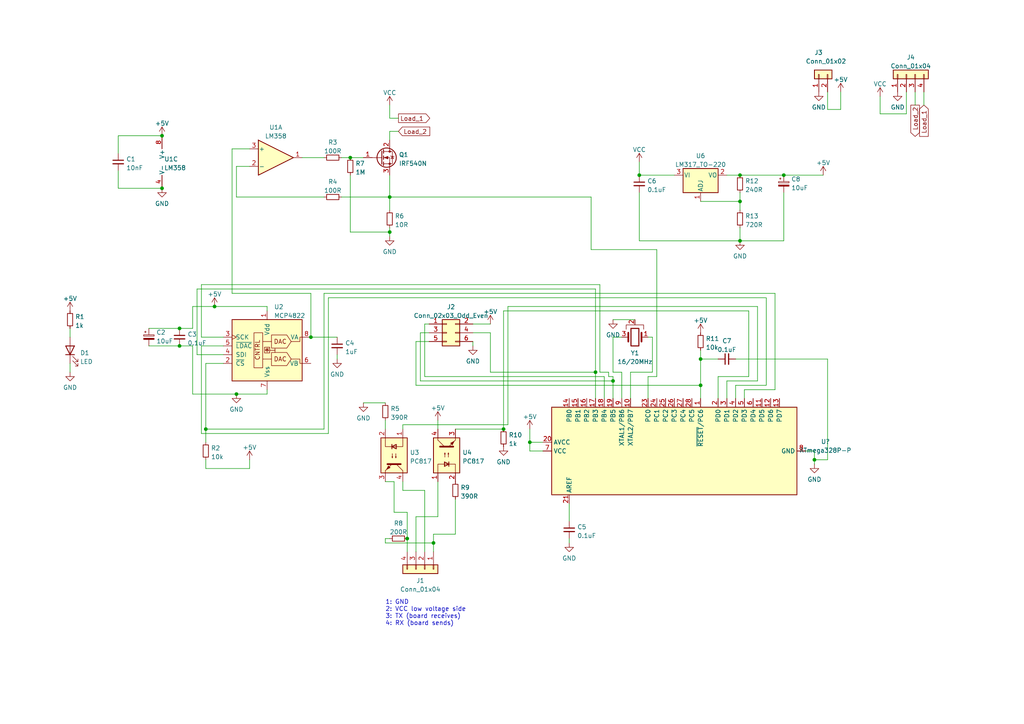
<source format=kicad_sch>
(kicad_sch (version 20211123) (generator eeschema)
  (paper "A4")
  (lib_symbols
    (symbol "Amplifier_Operational:LM358" (pin_names (offset 0.127))
      (property "Reference" "U" (at 0 5.08 0))
      (property "Value" "LM358" (at 0 -5.08 0))
      (symbol "LM358_1_1"
        (polyline (pts (xy -5.08 5.08) (xy 5.08 0) (xy -5.08 -5.08) (xy -5.08 5.08)) (stroke (width 0.254)) (fill (type background)))
        (pin output line (at 7.62 0 180) (length 2.54) (name "~") (number "1"))
        (pin input line (at -7.62 -2.54 0) (length 2.54) (name "-") (number "2"))
        (pin input line (at -7.62 2.54 0) (length 2.54) (name "+") (number "3"))
      )
      (symbol "LM358_2_1"
        (polyline (pts (xy -5.08 5.08) (xy 5.08 0) (xy -5.08 -5.08) (xy -5.08 5.08)) (stroke (width 0.254)) (fill (type background)))
        (pin input line (at -7.62 2.54 0) (length 2.54) (name "+") (number "5"))
        (pin input line (at -7.62 -2.54 0) (length 2.54) (name "-") (number "6"))
        (pin output line (at 7.62 0 180) (length 2.54) (name "~") (number "7"))
      )
      (symbol "LM358_3_1"
        (pin power_in line (at -2.54 -7.62 90) (length 3.81) (name "V-") (number "4"))
        (pin power_in line (at -2.54 7.62 270) (length 3.81) (name "V+") (number "8"))
      )
    )
    (symbol "Analog_DAC:MCP4822" (pin_names (offset 1.016))
      (property "Reference" "U" (at -2.54 10.795 0))
      (property "Value" "MCP4822" (at -2.54 8.89 0))
      (symbol "MCP4822_0_0"
        (polyline (pts (xy 0 -1.778) (xy 0 -0.635)))
        (polyline (pts (xy 0.381 -0.889) (xy 0.508 -0.762)))
        (polyline (pts (xy 2.286 -1.143) (xy 2.286 -1.905)))
        (polyline (pts (xy 0.381 -0.889) (xy -0.381 -0.889) (xy -0.508 -1.016)))
        (polyline (pts (xy 0.762 -1.27) (xy 2.286 -1.27) (xy 2.286 -0.762)))
        (polyline (pts (xy 0 -0.889) (xy 0.508 -1.397) (xy -0.508 -1.397) (xy 0 -0.889)))
        (polyline (pts (xy 6.985 -3.81) (xy 9.525 -3.81) (xy 9.525 -5.08) (xy 10.16 -5.08)))
        (polyline (pts (xy 6.985 1.27) (xy 9.525 1.27) (xy 9.525 2.54) (xy 10.16 2.54)))
        (rectangle (start 0.762 -0.381) (end -0.762 -2.032))
        (text "CNTRL" (at -2.032 -4.191 900) (effects (font (size 1.27 1.27)) (justify left bottom)))
        (text "DAC" (at 3.81 -3.81 0) (effects (font (size 1.27 1.27))))
        (text "DAC" (at 3.81 1.27 0) (effects (font (size 1.27 1.27))))
      )
      (symbol "MCP4822_0_1"
        (rectangle (start -10.16 7.62) (end 10.16 -10.16) (stroke (width 0.254)) (fill (type background)))
        (rectangle (start -1.27 -6.35) (end -3.81 3.81))
        (polyline (pts (xy 1.27 -3.81) (xy -1.27 -3.81)))
        (polyline (pts (xy 1.27 1.27) (xy -1.27 1.27)))
        (polyline (pts (xy 6.985 -3.81) (xy 5.715 -1.905) (xy 1.27 -1.905) (xy 1.27 -5.715) (xy 5.715 -5.715) (xy 6.985 -3.81)))
        (polyline (pts (xy 6.985 1.27) (xy 5.715 3.175) (xy 1.27 3.175) (xy 1.27 -0.635) (xy 5.715 -0.635) (xy 6.985 1.27)))
      )
      (symbol "MCP4822_1_1"
        (pin power_in line (at 0 10.16 270) (length 2.54) (name "Vdd") (number "1"))
        (pin input line (at -12.7 -5.08 0) (length 2.54) (name "~{CS}") (number "2"))
        (pin input clock (at -12.7 2.54 0) (length 2.54) (name "SCK") (number "3"))
        (pin input line (at -12.7 -2.54 0) (length 2.54) (name "SDI") (number "4"))
        (pin input line (at -12.7 0 0) (length 2.54) (name "~{LDAC}") (number "5"))
        (pin output line (at 12.7 -5.08 180) (length 2.54) (name "VB") (number "6"))
        (pin power_in line (at 0 -12.7 90) (length 2.54) (name "Vss") (number "7"))
        (pin output line (at 12.7 2.54 180) (length 2.54) (name "VA") (number "8"))
      )
    )
    (symbol "Connector_Generic:Conn_01x02" (pin_names (offset 1.016) hide)
      (property "Reference" "J" (at 0 2.54 0))
      (property "Value" "Conn_01x02" (at 0 -5.08 0))
      (symbol "Conn_01x02_1_1"
        (rectangle (start -1.27 -2.413) (end 0 -2.667) (stroke (width 0.1524)))
        (rectangle (start -1.27 0.127) (end 0 -0.127) (stroke (width 0.1524)))
        (rectangle (start -1.27 1.27) (end 1.27 -3.81) (stroke (width 0.254)) (fill (type background)))
        (pin passive line (at -5.08 0 0) (length 3.81) (name "Pin_1") (number "1"))
        (pin passive line (at -5.08 -2.54 0) (length 3.81) (name "Pin_2") (number "2"))
      )
    )
    (symbol "Connector_Generic:Conn_01x04" (pin_names (offset 1.016) hide)
      (property "Reference" "J" (at 0 5.08 0))
      (property "Value" "Conn_01x04" (at 0 -7.62 0))
      (symbol "Conn_01x04_1_1"
        (rectangle (start -1.27 -4.953) (end 0 -5.207) (stroke (width 0.1524)))
        (rectangle (start -1.27 -2.413) (end 0 -2.667) (stroke (width 0.1524)))
        (rectangle (start -1.27 0.127) (end 0 -0.127) (stroke (width 0.1524)))
        (rectangle (start -1.27 2.667) (end 0 2.413) (stroke (width 0.1524)))
        (rectangle (start -1.27 3.81) (end 1.27 -6.35) (stroke (width 0.254)) (fill (type background)))
        (pin passive line (at -5.08 2.54 0) (length 3.81) (name "Pin_1") (number "1"))
        (pin passive line (at -5.08 0 0) (length 3.81) (name "Pin_2") (number "2"))
        (pin passive line (at -5.08 -2.54 0) (length 3.81) (name "Pin_3") (number "3"))
        (pin passive line (at -5.08 -5.08 0) (length 3.81) (name "Pin_4") (number "4"))
      )
    )
    (symbol "Connector_Generic:Conn_02x03_Odd_Even" (pin_names (offset 1.016) hide)
      (property "Reference" "J" (at 1.27 5.08 0))
      (property "Value" "Conn_02x03_Odd_Even" (at 1.27 -5.08 0))
      (symbol "Conn_02x03_Odd_Even_1_1"
        (rectangle (start -1.27 -2.413) (end 0 -2.667) (stroke (width 0.1524)))
        (rectangle (start -1.27 0.127) (end 0 -0.127) (stroke (width 0.1524)))
        (rectangle (start -1.27 2.667) (end 0 2.413) (stroke (width 0.1524)))
        (rectangle (start -1.27 3.81) (end 3.81 -3.81) (stroke (width 0.254)) (fill (type background)))
        (rectangle (start 3.81 -2.413) (end 2.54 -2.667) (stroke (width 0.1524)))
        (rectangle (start 3.81 0.127) (end 2.54 -0.127) (stroke (width 0.1524)))
        (rectangle (start 3.81 2.667) (end 2.54 2.413) (stroke (width 0.1524)))
        (pin passive line (at -5.08 2.54 0) (length 3.81) (name "Pin_1") (number "1"))
        (pin passive line (at 7.62 2.54 180) (length 3.81) (name "Pin_2") (number "2"))
        (pin passive line (at -5.08 0 0) (length 3.81) (name "Pin_3") (number "3"))
        (pin passive line (at 7.62 0 180) (length 3.81) (name "Pin_4") (number "4"))
        (pin passive line (at -5.08 -2.54 0) (length 3.81) (name "Pin_5") (number "5"))
        (pin passive line (at 7.62 -2.54 180) (length 3.81) (name "Pin_6") (number "6"))
      )
    )
    (symbol "Device:C_Polarized_Small" (pin_numbers hide) (pin_names (offset 0.254) hide)
      (property "Reference" "C" (at 0.254 1.778 0))
      (property "Value" "C_Polarized_Small" (at 0.254 -2.032 0))
      (symbol "C_Polarized_Small_0_1"
        (rectangle (start -1.524 -0.3048) (end 1.524 -0.6858) (fill (type outline)))
        (rectangle (start -1.524 0.6858) (end 1.524 0.3048))
        (polyline (pts (xy -1.27 1.524) (xy -0.762 1.524)))
        (polyline (pts (xy -1.016 1.27) (xy -1.016 1.778)))
      )
      (symbol "C_Polarized_Small_1_1"
        (pin passive line (at 0 2.54 270) (length 1.8542) (name "~") (number "1"))
        (pin passive line (at 0 -2.54 90) (length 1.8542) (name "~") (number "2"))
      )
    )
    (symbol "Device:C_Small" (pin_numbers hide) (pin_names (offset 0.254) hide)
      (property "Reference" "C" (at 0.254 1.778 0))
      (property "Value" "C_Small" (at 0.254 -2.032 0))
      (symbol "C_Small_0_1"
        (polyline (pts (xy -1.524 -0.508) (xy 1.524 -0.508)) (stroke (width 0.3302)))
        (polyline (pts (xy -1.524 0.508) (xy 1.524 0.508)) (stroke (width 0.3048)))
      )
      (symbol "C_Small_1_1"
        (pin passive line (at 0 2.54 270) (length 2.032) (name "~") (number "1"))
        (pin passive line (at 0 -2.54 90) (length 2.032) (name "~") (number "2"))
      )
    )
    (symbol "Device:Crystal_GND2" (pin_names (offset 1.016) hide)
      (property "Reference" "Y" (at 0 5.715 0))
      (property "Value" "Crystal_GND2" (at 0 3.81 0))
      (symbol "Crystal_GND2_0_1"
        (rectangle (start -1.143 2.54) (end 1.143 -2.54) (stroke (width 0.3048)))
        (polyline (pts (xy -2.54 0) (xy -1.905 0)))
        (polyline (pts (xy -1.905 -1.27) (xy -1.905 1.27)) (stroke (width 0.508)))
        (polyline (pts (xy 0 -3.81) (xy 0 -3.556)))
        (polyline (pts (xy 1.905 0) (xy 2.54 0)))
        (polyline (pts (xy 1.905 1.27) (xy 1.905 -1.27)) (stroke (width 0.508)))
        (polyline (pts (xy -2.54 -2.286) (xy -2.54 -3.556) (xy 2.54 -3.556) (xy 2.54 -2.286)))
      )
      (symbol "Crystal_GND2_1_1"
        (pin passive line (at -3.81 0 0) (length 1.27) (name "1") (number "1"))
        (pin passive line (at 0 -5.08 90) (length 1.27) (name "2") (number "2"))
        (pin passive line (at 3.81 0 180) (length 1.27) (name "3") (number "3"))
      )
    )
    (symbol "Device:LED" (pin_numbers hide) (pin_names (offset 1.016) hide)
      (property "Reference" "D" (at 0 2.54 0))
      (property "Value" "LED" (at 0 -2.54 0))
      (symbol "LED_0_1"
        (polyline (pts (xy -1.27 -1.27) (xy -1.27 1.27)) (stroke (width 0.254)))
        (polyline (pts (xy -1.27 0) (xy 1.27 0)))
        (polyline (pts (xy 1.27 -1.27) (xy 1.27 1.27) (xy -1.27 0) (xy 1.27 -1.27)) (stroke (width 0.254)))
        (polyline (pts (xy -3.048 -0.762) (xy -4.572 -2.286) (xy -3.81 -2.286) (xy -4.572 -2.286) (xy -4.572 -1.524)))
        (polyline (pts (xy -1.778 -0.762) (xy -3.302 -2.286) (xy -2.54 -2.286) (xy -3.302 -2.286) (xy -3.302 -1.524)))
      )
      (symbol "LED_1_1"
        (pin passive line (at -3.81 0 0) (length 2.54) (name "K") (number "1"))
        (pin passive line (at 3.81 0 180) (length 2.54) (name "A") (number "2"))
      )
    )
    (symbol "Device:R_Small" (pin_numbers hide) (pin_names (offset 0.254) hide)
      (property "Reference" "R" (at 0.762 0.508 0))
      (property "Value" "R_Small" (at 0.762 -1.016 0))
      (symbol "R_Small_0_1"
        (rectangle (start -0.762 1.778) (end 0.762 -1.778) (stroke (width 0.2032)))
      )
      (symbol "R_Small_1_1"
        (pin passive line (at 0 2.54 270) (length 0.762) (name "~") (number "1"))
        (pin passive line (at 0 -2.54 90) (length 0.762) (name "~") (number "2"))
      )
    )
    (symbol "Isolator:PC817" (pin_names (offset 1.016))
      (property "Reference" "U" (at -5.08 5.08 0))
      (property "Value" "PC817" (at 0 5.08 0))
      (symbol "PC817_0_1"
        (rectangle (start -5.08 3.81) (end 5.08 -3.81) (stroke (width 0.254)) (fill (type background)))
        (polyline (pts (xy -3.175 -0.635) (xy -1.905 -0.635)) (stroke (width 0.254)))
        (polyline (pts (xy 2.54 0.635) (xy 4.445 2.54)))
        (polyline (pts (xy 4.445 -2.54) (xy 2.54 -0.635)) (fill (type outline)))
        (polyline (pts (xy 4.445 -2.54) (xy 5.08 -2.54)))
        (polyline (pts (xy 4.445 2.54) (xy 5.08 2.54)))
        (polyline (pts (xy -5.08 2.54) (xy -2.54 2.54) (xy -2.54 -0.635)))
        (polyline (pts (xy -2.54 -0.635) (xy -2.54 -2.54) (xy -5.08 -2.54)))
        (polyline (pts (xy 2.54 1.905) (xy 2.54 -1.905) (xy 2.54 -1.905)) (stroke (width 0.508)))
        (polyline (pts (xy -2.54 -0.635) (xy -3.175 0.635) (xy -1.905 0.635) (xy -2.54 -0.635)) (stroke (width 0.254)))
        (polyline (pts (xy -0.508 -0.508) (xy 0.762 -0.508) (xy 0.381 -0.635) (xy 0.381 -0.381) (xy 0.762 -0.508)))
        (polyline (pts (xy -0.508 0.508) (xy 0.762 0.508) (xy 0.381 0.381) (xy 0.381 0.635) (xy 0.762 0.508)))
        (polyline (pts (xy 3.048 -1.651) (xy 3.556 -1.143) (xy 4.064 -2.159) (xy 3.048 -1.651) (xy 3.048 -1.651)) (fill (type outline)))
      )
      (symbol "PC817_1_1"
        (pin passive line (at -7.62 2.54 0) (length 2.54) (name "~") (number "1"))
        (pin passive line (at -7.62 -2.54 0) (length 2.54) (name "~") (number "2"))
        (pin passive line (at 7.62 -2.54 180) (length 2.54) (name "~") (number "3"))
        (pin passive line (at 7.62 2.54 180) (length 2.54) (name "~") (number "4"))
      )
    )
    (symbol "MCU_Microchip_ATmega:ATmega328P-P"
      (property "Reference" "U" (at -12.7 36.83 0))
      (property "Value" "ATmega328P-P" (at 2.54 -36.83 0))
      (symbol "ATmega328P-P_0_1"
        (rectangle (start -12.7 -35.56) (end 12.7 35.56) (stroke (width 0.254)) (fill (type background)))
      )
      (symbol "ATmega328P-P_1_1"
        (pin bidirectional line (at 15.24 -7.62 180) (length 2.54) (name "~{RESET}/PC6") (number "1"))
        (pin bidirectional line (at 15.24 12.7 180) (length 2.54) (name "XTAL2/PB7") (number "10"))
        (pin bidirectional line (at 15.24 -25.4 180) (length 2.54) (name "PD5") (number "11"))
        (pin bidirectional line (at 15.24 -27.94 180) (length 2.54) (name "PD6") (number "12"))
        (pin bidirectional line (at 15.24 -30.48 180) (length 2.54) (name "PD7") (number "13"))
        (pin bidirectional line (at 15.24 30.48 180) (length 2.54) (name "PB0") (number "14"))
        (pin bidirectional line (at 15.24 27.94 180) (length 2.54) (name "PB1") (number "15"))
        (pin bidirectional line (at 15.24 25.4 180) (length 2.54) (name "PB2") (number "16"))
        (pin bidirectional line (at 15.24 22.86 180) (length 2.54) (name "PB3") (number "17"))
        (pin bidirectional line (at 15.24 20.32 180) (length 2.54) (name "PB4") (number "18"))
        (pin bidirectional line (at 15.24 17.78 180) (length 2.54) (name "PB5") (number "19"))
        (pin bidirectional line (at 15.24 -12.7 180) (length 2.54) (name "PD0") (number "2"))
        (pin power_in line (at 2.54 38.1 270) (length 2.54) (name "AVCC") (number "20"))
        (pin passive line (at -15.24 30.48 0) (length 2.54) (name "AREF") (number "21"))
        (pin passive line (at 0 -38.1 90) (length 2.54) hide (name "GND") (number "22"))
        (pin bidirectional line (at 15.24 7.62 180) (length 2.54) (name "PC0") (number "23"))
        (pin bidirectional line (at 15.24 5.08 180) (length 2.54) (name "PC1") (number "24"))
        (pin bidirectional line (at 15.24 2.54 180) (length 2.54) (name "PC2") (number "25"))
        (pin bidirectional line (at 15.24 0 180) (length 2.54) (name "PC3") (number "26"))
        (pin bidirectional line (at 15.24 -2.54 180) (length 2.54) (name "PC4") (number "27"))
        (pin bidirectional line (at 15.24 -5.08 180) (length 2.54) (name "PC5") (number "28"))
        (pin bidirectional line (at 15.24 -15.24 180) (length 2.54) (name "PD1") (number "3"))
        (pin bidirectional line (at 15.24 -17.78 180) (length 2.54) (name "PD2") (number "4"))
        (pin bidirectional line (at 15.24 -20.32 180) (length 2.54) (name "PD3") (number "5"))
        (pin bidirectional line (at 15.24 -22.86 180) (length 2.54) (name "PD4") (number "6"))
        (pin power_in line (at 0 38.1 270) (length 2.54) (name "VCC") (number "7"))
        (pin power_in line (at 0 -38.1 90) (length 2.54) (name "GND") (number "8"))
        (pin bidirectional line (at 15.24 15.24 180) (length 2.54) (name "XTAL1/PB6") (number "9"))
      )
    )
    (symbol "Regulator_Linear:LM317_TO-220" (pin_names (offset 0.254))
      (property "Reference" "U" (at -3.81 3.175 0))
      (property "Value" "LM317_TO-220" (at 0 3.175 0))
      (symbol "LM317_TO-220_0_1"
        (rectangle (start -5.08 1.905) (end 5.08 -5.08) (stroke (width 0.254)) (fill (type background)))
      )
      (symbol "LM317_TO-220_1_1"
        (pin input line (at 0 -7.62 90) (length 2.54) (name "ADJ") (number "1"))
        (pin power_out line (at 7.62 0 180) (length 2.54) (name "VO") (number "2"))
        (pin power_in line (at -7.62 0 0) (length 2.54) (name "VI") (number "3"))
      )
    )
    (symbol "Transistor_FET:IRF540N" (pin_names hide)
      (property "Reference" "Q" (at 6.35 1.905 0))
      (property "Value" "IRF540N" (at 6.35 0 0))
      (symbol "IRF540N_0_1"
        (polyline (pts (xy 0.254 0) (xy -2.54 0)))
        (polyline (pts (xy 0.254 1.905) (xy 0.254 -1.905)) (stroke (width 0.254)))
        (polyline (pts (xy 0.762 -1.27) (xy 0.762 -2.286)) (stroke (width 0.254)))
        (polyline (pts (xy 0.762 0.508) (xy 0.762 -0.508)) (stroke (width 0.254)))
        (polyline (pts (xy 0.762 2.286) (xy 0.762 1.27)) (stroke (width 0.254)))
        (polyline (pts (xy 2.54 2.54) (xy 2.54 1.778)))
        (polyline (pts (xy 2.54 -2.54) (xy 2.54 0) (xy 0.762 0)))
        (polyline (pts (xy 0.762 -1.778) (xy 3.302 -1.778) (xy 3.302 1.778) (xy 0.762 1.778)))
        (polyline (pts (xy 1.016 0) (xy 2.032 0.381) (xy 2.032 -0.381) (xy 1.016 0)) (fill (type outline)))
        (polyline (pts (xy 2.794 0.508) (xy 2.921 0.381) (xy 3.683 0.381) (xy 3.81 0.254)))
        (polyline (pts (xy 3.302 0.381) (xy 2.921 -0.254) (xy 3.683 -0.254) (xy 3.302 0.381)))
        (circle (center 1.651 0) (radius 2.794) (stroke (width 0.254)))
        (circle (center 2.54 -1.778) (radius 0.254) (fill (type outline)))
        (circle (center 2.54 1.778) (radius 0.254) (fill (type outline)))
      )
      (symbol "IRF540N_1_1"
        (pin input line (at -5.08 0 0) (length 2.54) (name "G") (number "1"))
        (pin passive line (at 2.54 5.08 270) (length 2.54) (name "D") (number "2"))
        (pin passive line (at 2.54 -5.08 90) (length 2.54) (name "S") (number "3"))
      )
    )
    (symbol "power:+5V" (power) (pin_names (offset 0))
      (property "Value" "+5V" (at 0 3.556 0))
      (symbol "+5V_0_1"
        (polyline (pts (xy -0.762 1.27) (xy 0 2.54)))
        (polyline (pts (xy 0 0) (xy 0 2.54)))
        (polyline (pts (xy 0 2.54) (xy 0.762 1.27)))
      )
      (symbol "+5V_1_1"
        (pin power_in line (at 0 0 90) (length 0) hide (name "+5V") (number "1"))
      )
    )
    (symbol "power:GND" (power) (pin_names (offset 0))
      (property "Value" "GND" (at 0 -3.81 0))
      (symbol "GND_0_1"
        (polyline (pts (xy 0 0) (xy 0 -1.27) (xy 1.27 -1.27) (xy 0 -2.54) (xy -1.27 -1.27) (xy 0 -1.27)))
      )
      (symbol "GND_1_1"
        (pin power_in line (at 0 0 270) (length 0) hide (name "GND") (number "1"))
      )
    )
    (symbol "power:VCC" (power) (pin_names (offset 0))
      (property "Value" "VCC" (at 0 3.81 0))
      (symbol "VCC_0_1"
        (polyline (pts (xy -0.762 1.27) (xy 0 2.54)))
        (polyline (pts (xy 0 0) (xy 0 2.54)))
        (polyline (pts (xy 0 2.54) (xy 0.762 1.27)))
      )
      (symbol "VCC_1_1"
        (pin power_in line (at 0 0 90) (length 0) hide (name "VCC") (number "1"))
      )
    )
  )
  (junction (at 227.33 50.8))
  (junction (at 125.73 157.48))
  (junction (at 214.63 58.42))
  (junction (at 214.63 50.8))
  (junction (at 113.03 57.15))
  (junction (at 101.6 45.72))
  (junction (at 146.05 124.46))
  (junction (at 203.2 104.14))
  (junction (at 52.07 95.25))
  (junction (at 177.8 110.49))
  (junction (at 113.03 67.31))
  (junction (at 52.07 100.33))
  (junction (at 203.2 111.76))
  (junction (at 172.72 107.95))
  (junction (at 68.58 114.3))
  (junction (at 90.17 97.79))
  (junction (at 118.11 156.21))
  (junction (at 214.63 69.85))
  (junction (at 185.42 50.8))
  (junction (at 236.22 133.35))
  (junction (at 46.99 54.61))
  (junction (at 46.99 39.37))
  (junction (at 62.23 88.9))
  (junction (at 59.69 124.46))
  (junction (at 153.67 128.27))
  (wire (pts (xy 113.03 67.31) (xy 113.03 68.58)))
  (wire (pts (xy 59.69 124.46) (xy 93.98 124.46)))
  (wire (pts (xy 68.58 57.15) (xy 93.98 57.15)))
  (wire (pts (xy 137.16 93.98) (xy 142.24 93.98)))
  (wire (pts (xy 113.03 57.15) (xy 171.45 57.15)))
  (wire (pts (xy 214.63 58.42) (xy 214.63 60.96)))
  (wire (pts (xy 120.65 111.76) (xy 203.2 111.76)))
  (wire (pts (xy 55.88 114.3) (xy 68.58 114.3)))
  (wire (pts (xy 185.42 50.8) (xy 195.58 50.8)))
  (wire (pts (xy 105.41 116.84) (xy 111.76 116.84)))
  (wire (pts (xy 55.88 100.33) (xy 55.88 114.3)))
  (wire (pts (xy 227.33 55.88) (xy 227.33 69.85)))
  (wire (pts (xy 213.36 111.76) (xy 222.25 111.76)))
  (wire (pts (xy 146.05 90.17) (xy 217.17 90.17)))
  (wire (pts (xy 93.98 85.09) (xy 224.79 85.09)))
  (wire (pts (xy 127 121.92) (xy 127 124.46)))
  (wire (pts (xy 90.17 85.09) (xy 90.17 97.79)))
  (wire (pts (xy 93.98 124.46) (xy 93.98 85.09)))
  (wire (pts (xy 222.25 86.36) (xy 95.25 86.36)))
  (wire (pts (xy 99.06 57.15) (xy 113.03 57.15)))
  (wire (pts (xy 182.88 115.57) (xy 182.88 107.95)))
  (wire (pts (xy 187.96 109.22) (xy 190.5 109.22)))
  (wire (pts (xy 132.08 154.94) (xy 125.73 154.94)))
  (wire (pts (xy 111.76 121.92) (xy 111.76 124.46)))
  (wire (pts (xy 187.96 115.57) (xy 187.96 109.22)))
  (wire (pts (xy 121.92 96.52) (xy 121.92 110.49)))
  (wire (pts (xy 189.23 107.95) (xy 189.23 97.79)))
  (wire (pts (xy 236.22 130.81) (xy 236.22 133.35)))
  (wire (pts (xy 171.45 57.15) (xy 171.45 72.39)))
  (wire (pts (xy 215.9 113.03) (xy 215.9 115.57)))
  (wire (pts (xy 121.92 110.49) (xy 177.8 110.49)))
  (wire (pts (xy 224.79 113.03) (xy 215.9 113.03)))
  (wire (pts (xy 203.2 104.14) (xy 208.28 104.14)))
  (wire (pts (xy 67.31 43.18) (xy 67.31 85.09)))
  (wire (pts (xy 213.36 115.57) (xy 213.36 111.76)))
  (wire (pts (xy 214.63 55.88) (xy 214.63 58.42)))
  (wire (pts (xy 177.8 92.71) (xy 184.15 92.71)))
  (wire (pts (xy 217.17 109.22) (xy 208.28 109.22)))
  (wire (pts (xy 113.03 57.15) (xy 113.03 50.8)))
  (wire (pts (xy 77.47 88.9) (xy 77.47 90.17)))
  (wire (pts (xy 111.76 157.48) (xy 125.73 157.48)))
  (wire (pts (xy 59.69 124.46) (xy 59.69 128.27)))
  (wire (pts (xy 240.03 26.67) (xy 240.03 31.75)))
  (wire (pts (xy 99.06 45.72) (xy 101.6 45.72)))
  (wire (pts (xy 125.73 157.48) (xy 125.73 160.02)))
  (wire (pts (xy 177.8 109.22) (xy 176.53 109.22)))
  (wire (pts (xy 64.77 100.33) (xy 58.42 100.33)))
  (wire (pts (xy 113.03 156.21) (xy 111.76 156.21)))
  (wire (pts (xy 147.32 88.9) (xy 219.71 88.9)))
  (wire (pts (xy 59.69 133.35) (xy 59.69 135.89)))
  (wire (pts (xy 116.84 123.19) (xy 147.32 123.19)))
  (wire (pts (xy 64.77 105.41) (xy 59.69 105.41)))
  (wire (pts (xy 157.48 130.81) (xy 153.67 130.81)))
  (wire (pts (xy 124.46 96.52) (xy 121.92 96.52)))
  (wire (pts (xy 34.29 49.53) (xy 34.29 54.61)))
  (wire (pts (xy 127 139.7) (xy 127 149.86)))
  (wire (pts (xy 127 149.86) (xy 120.65 149.86)))
  (wire (pts (xy 116.84 139.7) (xy 116.84 142.24)))
  (wire (pts (xy 147.32 123.19) (xy 147.32 88.9)))
  (wire (pts (xy 219.71 110.49) (xy 210.82 110.49)))
  (wire (pts (xy 118.11 156.21) (xy 118.11 160.02)))
  (wire (pts (xy 146.05 124.46) (xy 146.05 90.17)))
  (wire (pts (xy 68.58 114.3) (xy 77.47 114.3)))
  (wire (pts (xy 227.33 50.8) (xy 238.76 50.8)))
  (wire (pts (xy 153.67 128.27) (xy 153.67 130.81)))
  (wire (pts (xy 20.32 95.25) (xy 20.32 97.79)))
  (wire (pts (xy 97.79 102.87) (xy 97.79 104.14)))
  (wire (pts (xy 132.08 144.78) (xy 132.08 154.94)))
  (wire (pts (xy 177.8 110.49) (xy 177.8 109.22)))
  (wire (pts (xy 113.03 66.04) (xy 113.03 67.31)))
  (wire (pts (xy 185.42 69.85) (xy 185.42 55.88)))
  (wire (pts (xy 172.72 115.57) (xy 172.72 107.95)))
  (wire (pts (xy 114.3 139.7) (xy 114.3 148.59)))
  (wire (pts (xy 57.15 102.87) (xy 64.77 102.87)))
  (wire (pts (xy 214.63 50.8) (xy 227.33 50.8)))
  (wire (pts (xy 255.27 27.94) (xy 255.27 33.02)))
  (wire (pts (xy 185.42 46.99) (xy 185.42 50.8)))
  (wire (pts (xy 52.07 95.25) (xy 55.88 95.25)))
  (wire (pts (xy 180.34 97.79) (xy 177.8 97.79)))
  (wire (pts (xy 176.53 109.22) (xy 176.53 107.95)))
  (wire (pts (xy 142.24 96.52) (xy 137.16 96.52)))
  (wire (pts (xy 59.69 105.41) (xy 59.69 124.46)))
  (wire (pts (xy 114.3 148.59) (xy 118.11 148.59)))
  (wire (pts (xy 72.39 135.89) (xy 72.39 133.35)))
  (wire (pts (xy 43.18 95.25) (xy 52.07 95.25)))
  (wire (pts (xy 210.82 110.49) (xy 210.82 115.57)))
  (wire (pts (xy 58.42 82.55) (xy 58.42 97.79)))
  (wire (pts (xy 210.82 50.8) (xy 214.63 50.8)))
  (wire (pts (xy 214.63 69.85) (xy 185.42 69.85)))
  (wire (pts (xy 34.29 54.61) (xy 46.99 54.61)))
  (wire (pts (xy 120.65 99.06) (xy 120.65 111.76)))
  (wire (pts (xy 72.39 43.18) (xy 67.31 43.18)))
  (wire (pts (xy 203.2 104.14) (xy 203.2 111.76)))
  (wire (pts (xy 46.99 39.37) (xy 34.29 39.37)))
  (wire (pts (xy 123.19 109.22) (xy 175.26 109.22)))
  (wire (pts (xy 55.88 95.25) (xy 55.88 88.9)))
  (wire (pts (xy 153.67 124.46) (xy 153.67 128.27)))
  (wire (pts (xy 203.2 58.42) (xy 214.63 58.42)))
  (wire (pts (xy 267.97 26.67) (xy 267.97 30.48)))
  (wire (pts (xy 116.84 142.24) (xy 123.19 142.24)))
  (wire (pts (xy 203.2 111.76) (xy 203.2 115.57)))
  (wire (pts (xy 67.31 85.09) (xy 90.17 85.09)))
  (wire (pts (xy 20.32 105.41) (xy 20.32 107.95)))
  (wire (pts (xy 219.71 88.9) (xy 219.71 110.49)))
  (wire (pts (xy 173.99 107.95) (xy 173.99 82.55)))
  (wire (pts (xy 34.29 39.37) (xy 34.29 44.45)))
  (wire (pts (xy 124.46 93.98) (xy 123.19 93.98)))
  (wire (pts (xy 111.76 139.7) (xy 114.3 139.7)))
  (wire (pts (xy 95.25 86.36) (xy 95.25 125.73)))
  (wire (pts (xy 55.88 88.9) (xy 62.23 88.9)))
  (wire (pts (xy 233.68 130.81) (xy 236.22 130.81)))
  (wire (pts (xy 72.39 48.26) (xy 68.58 48.26)))
  (wire (pts (xy 240.03 133.35) (xy 236.22 133.35)))
  (wire (pts (xy 142.24 107.95) (xy 142.24 96.52)))
  (wire (pts (xy 57.15 83.82) (xy 172.72 83.82)))
  (wire (pts (xy 190.5 72.39) (xy 171.45 72.39)))
  (wire (pts (xy 58.42 97.79) (xy 64.77 97.79)))
  (wire (pts (xy 180.34 107.95) (xy 180.34 115.57)))
  (wire (pts (xy 124.46 99.06) (xy 120.65 99.06)))
  (wire (pts (xy 214.63 66.04) (xy 214.63 69.85)))
  (wire (pts (xy 240.03 104.14) (xy 240.03 133.35)))
  (wire (pts (xy 101.6 45.72) (xy 105.41 45.72)))
  (wire (pts (xy 58.42 100.33) (xy 58.42 125.73)))
  (wire (pts (xy 224.79 85.09) (xy 224.79 113.03)))
  (wire (pts (xy 111.76 156.21) (xy 111.76 157.48)))
  (wire (pts (xy 203.2 101.6) (xy 203.2 104.14)))
  (wire (pts (xy 116.84 124.46) (xy 116.84 123.19)))
  (wire (pts (xy 165.1 146.05) (xy 165.1 151.13)))
  (wire (pts (xy 43.18 100.33) (xy 52.07 100.33)))
  (wire (pts (xy 77.47 114.3) (xy 77.47 113.03)))
  (wire (pts (xy 137.16 99.06) (xy 137.16 100.33)))
  (wire (pts (xy 213.36 104.14) (xy 240.03 104.14)))
  (wire (pts (xy 90.17 97.79) (xy 97.79 97.79)))
  (wire (pts (xy 123.19 93.98) (xy 123.19 109.22)))
  (wire (pts (xy 58.42 82.55) (xy 173.99 82.55)))
  (wire (pts (xy 62.23 88.9) (xy 77.47 88.9)))
  (wire (pts (xy 214.63 69.85) (xy 227.33 69.85)))
  (wire (pts (xy 177.8 107.95) (xy 180.34 107.95)))
  (wire (pts (xy 208.28 109.22) (xy 208.28 115.57)))
  (wire (pts (xy 132.08 124.46) (xy 146.05 124.46)))
  (wire (pts (xy 118.11 148.59) (xy 118.11 156.21)))
  (wire (pts (xy 113.03 30.48) (xy 113.03 34.29)))
  (wire (pts (xy 101.6 67.31) (xy 113.03 67.31)))
  (wire (pts (xy 240.03 31.75) (xy 243.84 31.75)))
  (wire (pts (xy 68.58 48.26) (xy 68.58 57.15)))
  (wire (pts (xy 243.84 31.75) (xy 243.84 26.67)))
  (wire (pts (xy 87.63 45.72) (xy 93.98 45.72)))
  (wire (pts (xy 153.67 128.27) (xy 157.48 128.27)))
  (wire (pts (xy 59.69 135.89) (xy 72.39 135.89)))
  (wire (pts (xy 177.8 97.79) (xy 177.8 107.95)))
  (wire (pts (xy 175.26 109.22) (xy 175.26 115.57)))
  (wire (pts (xy 176.53 107.95) (xy 173.99 107.95)))
  (wire (pts (xy 165.1 156.21) (xy 165.1 157.48)))
  (wire (pts (xy 52.07 100.33) (xy 55.88 100.33)))
  (wire (pts (xy 236.22 133.35) (xy 236.22 134.62)))
  (wire (pts (xy 113.03 34.29) (xy 115.57 34.29)))
  (wire (pts (xy 262.89 33.02) (xy 262.89 26.67)))
  (wire (pts (xy 57.15 83.82) (xy 57.15 102.87)))
  (wire (pts (xy 265.43 26.67) (xy 265.43 30.48)))
  (wire (pts (xy 217.17 90.17) (xy 217.17 109.22)))
  (wire (pts (xy 190.5 109.22) (xy 190.5 72.39)))
  (wire (pts (xy 120.65 149.86) (xy 120.65 160.02)))
  (wire (pts (xy 222.25 111.76) (xy 222.25 86.36)))
  (wire (pts (xy 255.27 33.02) (xy 262.89 33.02)))
  (wire (pts (xy 182.88 107.95) (xy 189.23 107.95)))
  (wire (pts (xy 113.03 57.15) (xy 113.03 60.96)))
  (wire (pts (xy 189.23 97.79) (xy 187.96 97.79)))
  (wire (pts (xy 125.73 154.94) (xy 125.73 157.48)))
  (wire (pts (xy 113.03 38.1) (xy 113.03 40.64)))
  (wire (pts (xy 177.8 110.49) (xy 177.8 115.57)))
  (wire (pts (xy 123.19 142.24) (xy 123.19 160.02)))
  (wire (pts (xy 101.6 50.8) (xy 101.6 67.31)))
  (wire (pts (xy 172.72 83.82) (xy 172.72 107.95)))
  (wire (pts (xy 172.72 107.95) (xy 142.24 107.95)))
  (wire (pts (xy 58.42 125.73) (xy 95.25 125.73)))
  (wire (pts (xy 115.57 38.1) (xy 113.03 38.1)))
  (text "1: GND\n2: VCC low voltage side\n3: TX (board receives)\n4: RX (board sends)" (at 111.76 181.61 0) (effects (font (size 1.27 1.27)) (justify left bottom)))
  (global_label "Load_1" (shape input) (at 267.97 30.48 270) (property "Intersheet References" "${INTERSHEET_REFS}" (effects hide)))
  (global_label "Load_2" (shape input) (at 115.57 38.1 0) (property "Intersheet References" "${INTERSHEET_REFS}" (effects hide)))
  (global_label "Load_1" (shape output) (at 115.57 34.29 0) (property "Intersheet References" "${INTERSHEET_REFS}" (effects hide)))
  (global_label "Load_2" (shape output) (at 265.43 30.48 270) (property "Intersheet References" "${INTERSHEET_REFS}" (effects hide)))
  (symbol (lib_id "power:VCC") (at 185.42 46.99 0) (unit 1)
    (property "Reference" "#PWR018" (effects hide))
    (property "Value" "VCC" (at 185.42 43.4142 0))
  )
  (symbol (lib_id "Amplifier_Operational:LM358") (at 49.53 46.99 0) (unit 3)
    (property "Reference" "U1" (at 47.625 46.1553 0) (effects (justify left)))
    (property "Value" "LM358" (at 47.625 48.6922 0) (effects (justify left)))
    (property "Footprint" "Package_DIP:DIP-8_W7.62mm" (effects hide))
    (property "Datasheet" "http://www.ti.com/lit/ds/symlink/lm2904-n.pdf" (effects hide))
  )
  (symbol (lib_id "Device:C_Small") (at 165.1 153.67 0) (unit 1)
    (property "Reference" "C5" (at 167.4241 152.8416 0) (effects (justify left)))
    (property "Value" "0.1uF" (at 167.4241 155.3785 0) (effects (justify left)))
    (property "Footprint" "Capacitor_THT:C_Rect_L7.0mm_W2.0mm_P5.00mm" (effects hide))
  )
  (symbol (lib_id "Device:C_Small") (at 34.29 46.99 0) (unit 1)
    (property "Reference" "C1" (at 36.6141 46.1616 0) (effects (justify left)))
    (property "Value" "10nF" (at 36.6141 48.6985 0) (effects (justify left)))
    (property "Footprint" "Capacitor_THT:C_Rect_L7.0mm_W2.0mm_P5.00mm" (effects hide))
  )
  (symbol (lib_id "power:GND") (at 105.41 116.84 0) (unit 1)
    (property "Reference" "#PWR09" (effects hide))
    (property "Value" "GND" (at 105.41 121.2834 0))
  )
  (symbol (lib_id "power:+5V") (at 153.67 124.46 0) (unit 1)
    (property "Reference" "#PWR016" (effects hide))
    (property "Value" "+5V" (at 153.67 120.8842 0))
  )
  (symbol (lib_id "Device:C_Small") (at 97.79 100.33 0) (unit 1)
    (property "Reference" "C4" (at 100.1141 99.5016 0) (effects (justify left)))
    (property "Value" "1uF" (at 100.1141 102.0385 0) (effects (justify left)))
    (property "Footprint" "Capacitor_THT:C_Rect_L7.0mm_W2.0mm_P5.00mm" (effects hide))
  )
  (symbol (lib_id "Device:C_Small") (at 52.07 97.79 0) (unit 1)
    (property "Reference" "C3" (at 54.3941 96.9616 0) (effects (justify left)))
    (property "Value" "0.1uF" (at 54.3941 99.4985 0) (effects (justify left)))
    (property "Footprint" "Capacitor_THT:C_Rect_L7.0mm_W2.0mm_P5.00mm" (effects hide))
  )
  (symbol (lib_id "Device:R_Small") (at 59.69 130.81 0) (unit 1)
    (property "Reference" "R2" (at 61.1886 129.9753 0) (effects (justify left)))
    (property "Value" "10k" (at 61.1886 132.5122 0) (effects (justify left)))
    (property "Footprint" "Resistor_THT:R_Axial_DIN0309_L9.0mm_D3.2mm_P12.70mm_Horizontal" (effects hide))
  )
  (symbol (lib_id "Isolator:PC817") (at 114.3 132.08 270) (unit 1)
    (property "Reference" "U3" (at 118.872 131.2453 90) (effects (justify left)))
    (property "Value" "PC817" (at 118.872 133.7822 90) (effects (justify left)))
    (property "Footprint" "Package_DIP:DIP-4_W7.62mm" (effects hide))
    (property "Datasheet" "http://www.soselectronic.cz/a_info/resource/d/pc817.pdf" (effects hide))
  )
  (symbol (lib_id "Device:R_Small") (at 96.52 45.72 90) (unit 1)
    (property "Reference" "R3" (at 96.52 41.2836 90))
    (property "Value" "100R" (at 96.52 43.8205 90))
    (property "Footprint" "Resistor_THT:R_Axial_DIN0309_L9.0mm_D3.2mm_P12.70mm_Horizontal" (effects hide))
  )
  (symbol (lib_id "Transistor_FET:IRF540N") (at 110.49 45.72 0) (unit 1)
    (property "Reference" "Q1" (at 115.697 44.8853 0) (effects (justify left)))
    (property "Value" "IRF540N" (at 115.697 47.4222 0) (effects (justify left)))
    (property "Footprint" "Package_TO_SOT_THT:TO-220-3_Vertical" (effects hide))
    (property "Datasheet" "http://www.irf.com/product-info/datasheets/data/irf540n.pdf" (effects hide))
  )
  (symbol (lib_id "power:VCC") (at 113.03 30.48 0) (unit 1)
    (property "Reference" "#PWR010" (effects hide))
    (property "Value" "VCC" (at 113.03 26.9042 0))
  )
  (symbol (lib_id "power:+5V") (at 20.32 90.17 0) (unit 1)
    (property "Reference" "#PWR01" (effects hide))
    (property "Value" "+5V" (at 20.32 86.5942 0))
  )
  (symbol (lib_id "Device:C_Polarized_Small") (at 227.33 53.34 0) (unit 1)
    (property "Reference" "C8" (at 229.489 51.9592 0) (effects (justify left)))
    (property "Value" "10uF" (at 229.489 54.4961 0) (effects (justify left)))
    (property "Footprint" "Capacitor_THT:CP_Radial_D5.0mm_P2.50mm" (effects hide))
  )
  (symbol (lib_id "power:GND") (at 137.16 100.33 0) (unit 1)
    (property "Reference" "#PWR013" (effects hide))
    (property "Value" "GND" (at 137.16 104.7734 0))
  )
  (symbol (lib_id "power:+5V") (at 127 121.92 0) (unit 1)
    (property "Reference" "#PWR012" (effects hide))
    (property "Value" "+5V" (at 127 118.3442 0))
  )
  (symbol (lib_id "Device:R_Small") (at 20.32 92.71 0) (unit 1)
    (property "Reference" "R1" (at 21.8186 91.8753 0) (effects (justify left)))
    (property "Value" "1k" (at 21.8186 94.4122 0) (effects (justify left)))
    (property "Footprint" "Resistor_THT:R_Axial_DIN0309_L9.0mm_D3.2mm_P12.70mm_Horizontal" (effects hide))
  )
  (symbol (lib_id "power:GND") (at 237.49 26.67 0) (unit 1)
    (property "Reference" "#PWR024" (effects hide))
    (property "Value" "GND" (at 237.49 31.1134 0))
  )
  (symbol (lib_id "power:GND") (at 68.58 114.3 0) (unit 1)
    (property "Reference" "#PWR06" (effects hide))
    (property "Value" "GND" (at 68.58 118.7434 0))
  )
  (symbol (lib_id "Device:LED") (at 20.32 101.6 90) (unit 1)
    (property "Reference" "D1" (at 23.241 102.3528 90) (effects (justify right)))
    (property "Value" "LED" (at 23.241 104.8897 90) (effects (justify right)))
    (property "Footprint" "LED_THT:LED_D5.0mm" (effects hide))
  )
  (symbol (lib_id "power:+5V") (at 203.2 96.52 0) (unit 1)
    (property "Reference" "#PWR019" (effects hide))
    (property "Value" "+5V" (at 203.2 92.9442 0))
  )
  (symbol (lib_id "Device:R_Small") (at 203.2 99.06 0) (unit 1)
    (property "Reference" "R11" (at 204.6986 98.2253 0) (effects (justify left)))
    (property "Value" "10k" (at 204.6986 100.7622 0) (effects (justify left)))
    (property "Footprint" "Resistor_THT:R_Axial_DIN0309_L9.0mm_D3.2mm_P12.70mm_Horizontal" (effects hide))
  )
  (symbol (lib_id "Device:R_Small") (at 115.57 156.21 90) (unit 1)
    (property "Reference" "R8" (at 115.57 151.7736 90))
    (property "Value" "200R" (at 115.57 154.3105 90))
    (property "Footprint" "Resistor_THT:R_Axial_DIN0309_L9.0mm_D3.2mm_P12.70mm_Horizontal" (effects hide))
  )
  (symbol (lib_id "power:GND") (at 214.63 69.85 0) (unit 1)
    (property "Reference" "#PWR020" (effects hide))
    (property "Value" "GND" (at 214.63 74.2934 0))
  )
  (symbol (lib_id "power:GND") (at 236.22 134.62 0) (unit 1)
    (property "Reference" "#PWR021" (effects hide))
    (property "Value" "GND" (at 236.22 139.0634 0))
  )
  (symbol (lib_id "Device:R_Small") (at 146.05 127 0) (unit 1)
    (property "Reference" "R10" (at 147.5486 126.1653 0) (effects (justify left)))
    (property "Value" "1k" (at 147.5486 128.7022 0) (effects (justify left)))
    (property "Footprint" "Resistor_THT:R_Axial_DIN0309_L9.0mm_D3.2mm_P12.70mm_Horizontal" (effects hide))
  )
  (symbol (lib_id "Device:C_Small") (at 210.82 104.14 90) (unit 1)
    (property "Reference" "C7" (at 210.8263 98.8781 90))
    (property "Value" "0.1uF" (at 210.8263 101.415 90))
    (property "Footprint" "Capacitor_THT:C_Rect_L7.0mm_W2.0mm_P5.00mm" (effects hide))
  )
  (symbol (lib_id "power:+5V") (at 72.39 133.35 0) (unit 1)
    (property "Reference" "#PWR07" (effects hide))
    (property "Value" "+5V" (at 72.39 129.7742 0))
  )
  (symbol (lib_id "power:+5V") (at 62.23 88.9 0) (unit 1)
    (property "Reference" "#PWR05" (effects hide))
    (property "Value" "+5V" (at 62.23 85.3242 0))
  )
  (symbol (lib_id "Device:R_Small") (at 111.76 119.38 0) (unit 1)
    (property "Reference" "R5" (at 113.2586 118.5453 0) (effects (justify left)))
    (property "Value" "390R" (at 113.2586 121.0822 0) (effects (justify left)))
    (property "Footprint" "Resistor_THT:R_Axial_DIN0309_L9.0mm_D3.2mm_P12.70mm_Horizontal" (effects hide))
  )
  (symbol (lib_id "Device:R_Small") (at 96.52 57.15 90) (unit 1)
    (property "Reference" "R4" (at 96.52 52.7136 90))
    (property "Value" "100R" (at 96.52 55.2505 90))
    (property "Footprint" "Resistor_THT:R_Axial_DIN0309_L9.0mm_D3.2mm_P12.70mm_Horizontal" (effects hide))
  )
  (symbol (lib_id "power:+5V") (at 46.99 39.37 0) (unit 1)
    (property "Reference" "#PWR03" (effects hide))
    (property "Value" "+5V" (at 46.99 35.7942 0))
  )
  (symbol (lib_id "power:GND") (at 146.05 129.54 0) (unit 1)
    (property "Reference" "#PWR015" (effects hide))
    (property "Value" "GND" (at 146.05 133.9834 0))
  )
  (symbol (lib_id "power:GND") (at 97.79 104.14 0) (unit 1)
    (property "Reference" "#PWR08" (effects hide))
    (property "Value" "GND" (at 97.79 108.5834 0))
  )
  (symbol (lib_id "power:GND") (at 20.32 107.95 0) (unit 1)
    (property "Reference" "#PWR02" (effects hide))
    (property "Value" "GND" (at 20.32 112.3934 0))
  )
  (symbol (lib_id "Device:R_Small") (at 132.08 142.24 0) (unit 1)
    (property "Reference" "R9" (at 133.5786 141.4053 0) (effects (justify left)))
    (property "Value" "390R" (at 133.5786 143.9422 0) (effects (justify left)))
    (property "Footprint" "Resistor_THT:R_Axial_DIN0309_L9.0mm_D3.2mm_P12.70mm_Horizontal" (effects hide))
  )
  (symbol (lib_id "Connector_Generic:Conn_01x04") (at 262.89 21.59 90) (unit 1)
    (property "Reference" "J4" (at 264.16 16.6202 90))
    (property "Value" "Conn_01x04" (at 264.16 19.1571 90))
    (property "Footprint" "Connector_PinHeader_2.54mm:PinHeader_1x04_P2.54mm_Horizontal" (effects hide))
  )
  (symbol (lib_id "Connector_Generic:Conn_01x04") (at 123.19 165.1 270) (unit 1)
    (property "Reference" "J1" (at 121.92 168.4004 90))
    (property "Value" "Conn_01x04" (at 121.92 170.9373 90))
    (property "Footprint" "Connector_PinHeader_2.54mm:PinHeader_1x04_P2.54mm_Horizontal" (effects hide))
  )
  (symbol (lib_id "Regulator_Linear:LM317_TO-220") (at 203.2 50.8 0) (unit 1)
    (property "Reference" "U6" (at 203.2 45.1952 0))
    (property "Value" "LM317_TO-220" (at 203.2 47.7321 0))
    (property "Footprint" "Package_TO_SOT_THT:TO-220-3_Vertical" (effects hide))
    (property "Datasheet" "http://www.ti.com/lit/ds/symlink/lm317.pdf" (effects hide))
  )
  (symbol (lib_id "power:+5V") (at 142.24 93.98 0) (unit 1)
    (property "Reference" "#PWR014" (effects hide))
    (property "Value" "+5V" (at 142.24 90.4042 0))
  )
  (symbol (lib_id "MCU_Microchip_ATmega:ATmega328P-P") (at 195.58 130.81 90) (unit 1)
    (property "Reference" "U?" (at 239.4199 128.1009 90))
    (property "Value" "ATmega328P-P" (at 239.4199 130.6378 90))
    (property "Footprint" "Package_DIP:DIP-28_W7.62mm" (effects hide))
    (property "Datasheet" "http://ww1.microchip.com/downloads/en/DeviceDoc/ATmega328_P%20AVR%20MCU%20with%20picoPower%20Technology%20Data%20Sheet%2040001984A.pdf" (effects hide))
  )
  (symbol (lib_id "Analog_DAC:MCP4822") (at 77.47 100.33 0) (unit 1)
    (property "Reference" "U2" (at 79.4894 89.0102 0) (effects (justify left)))
    (property "Value" "MCP4822" (at 79.4894 91.5471 0) (effects (justify left)))
    (property "Footprint" "Package_SO:MSOP-8_3x3mm_P0.65mm" (effects hide))
    (property "Datasheet" "http://ww1.microchip.com/downloads/en/DeviceDoc/20002249B.pdf" (effects hide))
  )
  (symbol (lib_id "Device:R_Small") (at 101.6 48.26 180) (unit 1)
    (property "Reference" "R7" (at 103.0986 47.4253 0) (effects (justify right)))
    (property "Value" "1M" (at 103.0986 49.9622 0) (effects (justify right)))
    (property "Footprint" "Resistor_THT:R_Axial_DIN0309_L9.0mm_D3.2mm_P12.70mm_Horizontal" (effects hide))
  )
  (symbol (lib_id "Connector_Generic:Conn_02x03_Odd_Even") (at 129.54 96.52 0) (unit 1)
    (property "Reference" "J2" (at 130.81 89.0102 0))
    (property "Value" "Conn_02x03_Odd_Even" (at 130.81 91.5471 0))
    (property "Footprint" "Connector_PinHeader_2.54mm:PinHeader_2x03_P2.54mm_Vertical" (effects hide))
  )
  (symbol (lib_id "power:+5V") (at 243.84 26.67 0) (unit 1)
    (property "Reference" "#PWR025" (effects hide))
    (property "Value" "+5V" (at 243.84 23.0942 0))
  )
  (symbol (lib_id "Isolator:PC817") (at 129.54 132.08 90) (unit 1)
    (property "Reference" "U4" (at 134.112 131.2453 90) (effects (justify right)))
    (property "Value" "PC817" (at 134.112 133.7822 90) (effects (justify right)))
    (property "Footprint" "Package_DIP:DIP-4_W7.62mm" (effects hide))
    (property "Datasheet" "http://www.soselectronic.cz/a_info/resource/d/pc817.pdf" (effects hide))
  )
  (symbol (lib_id "power:GND") (at 165.1 157.48 0) (unit 1)
    (property "Reference" "#PWR017" (effects hide))
    (property "Value" "GND" (at 165.1 161.9234 0))
  )
  (symbol (lib_id "Connector_Generic:Conn_01x02") (at 237.49 21.59 90) (unit 1)
    (property "Reference" "J3" (at 236.22 15.24 90) (effects (justify right)))
    (property "Value" "Conn_01x02" (at 233.68 17.78 90) (effects (justify right)))
    (property "Footprint" "Connector_PinHeader_2.54mm:PinHeader_1x02_P2.54mm_Horizontal" (effects hide))
  )
  (symbol (lib_id "Device:C_Polarized_Small") (at 43.18 97.79 0) (unit 1)
    (property "Reference" "C2" (at 45.339 96.4092 0) (effects (justify left)))
    (property "Value" "10uF" (at 45.339 98.9461 0) (effects (justify left)))
    (property "Footprint" "Capacitor_THT:CP_Radial_D5.0mm_P2.50mm" (effects hide))
  )
  (symbol (lib_id "Device:R_Small") (at 214.63 53.34 0) (unit 1)
    (property "Reference" "R12" (at 216.1286 52.5053 0) (effects (justify left)))
    (property "Value" "240R" (at 216.1286 55.0422 0) (effects (justify left)))
    (property "Footprint" "Resistor_THT:R_Axial_DIN0309_L9.0mm_D3.2mm_P12.70mm_Horizontal" (effects hide))
  )
  (symbol (lib_id "Device:R_Small") (at 113.03 63.5 0) (unit 1)
    (property "Reference" "R6" (at 114.5286 62.6653 0) (effects (justify left)))
    (property "Value" "10R" (at 114.5286 65.2022 0) (effects (justify left)))
    (property "Footprint" "Resistor_THT:R_Axial_DIN0309_L9.0mm_D3.2mm_P12.70mm_Horizontal" (effects hide))
  )
  (symbol (lib_id "Device:Crystal_GND2") (at 184.15 97.79 180) (unit 1)
    (property "Reference" "Y1" (at 184.15 102.3858 0))
    (property "Value" "16/20MHz" (at 184.15 104.9227 0))
    (property "Footprint" "Connector_PinHeader_2.54mm:PinHeader_1x03_P2.54mm_Vertical" (effects hide))
  )
  (symbol (lib_id "power:+5V") (at 238.76 50.8 0) (unit 1)
    (property "Reference" "#PWR022" (effects hide))
    (property "Value" "+5V" (at 238.76 47.2242 0))
  )
  (symbol (lib_id "Device:R_Small") (at 214.63 63.5 0) (unit 1)
    (property "Reference" "R13" (at 216.1286 62.6653 0) (effects (justify left)))
    (property "Value" "720R" (at 216.1286 65.2022 0) (effects (justify left)))
    (property "Footprint" "Resistor_THT:R_Axial_DIN0309_L9.0mm_D3.2mm_P12.70mm_Horizontal" (effects hide))
  )
  (symbol (lib_id "power:GND") (at 177.8 92.71 0) (unit 1)
    (property "Reference" "#PWR023" (effects hide))
    (property "Value" "GND" (at 177.8 97.1534 0))
  )
  (symbol (lib_id "Amplifier_Operational:LM358") (at 80.01 45.72 0) (unit 1)
    (property "Reference" "U1" (at 80.01 36.9402 0))
    (property "Value" "LM358" (at 80.01 39.4771 0))
    (property "Footprint" "Package_DIP:DIP-8_W7.62mm" (effects hide))
    (property "Datasheet" "http://www.ti.com/lit/ds/symlink/lm2904-n.pdf" (effects hide))
  )
  (symbol (lib_id "power:GND") (at 46.99 54.61 0) (unit 1)
    (property "Reference" "#PWR04" (effects hide))
    (property "Value" "GND" (at 46.99 59.0534 0))
  )
  (symbol (lib_id "Device:C_Small") (at 185.42 53.34 0) (unit 1)
    (property "Reference" "C6" (at 187.7441 52.5116 0) (effects (justify left)))
    (property "Value" "0.1uF" (at 187.7441 55.0485 0) (effects (justify left)))
    (property "Footprint" "Capacitor_THT:C_Rect_L7.0mm_W2.0mm_P5.00mm" (effects hide))
  )
  (symbol (lib_id "power:GND") (at 260.35 26.67 0) (unit 1)
    (property "Reference" "#PWR027" (effects hide))
    (property "Value" "GND" (at 260.35 31.1134 0))
  )
  (symbol (lib_id "power:VCC") (at 255.27 27.94 0) (unit 1)
    (property "Reference" "#PWR026" (effects hide))
    (property "Value" "VCC" (at 255.27 24.3642 0))
  )
  (symbol (lib_id "power:GND") (at 113.03 68.58 0) (unit 1)
    (property "Reference" "#PWR011" (effects hide))
    (property "Value" "GND" (at 113.03 73.0234 0))
  )
)
</source>
